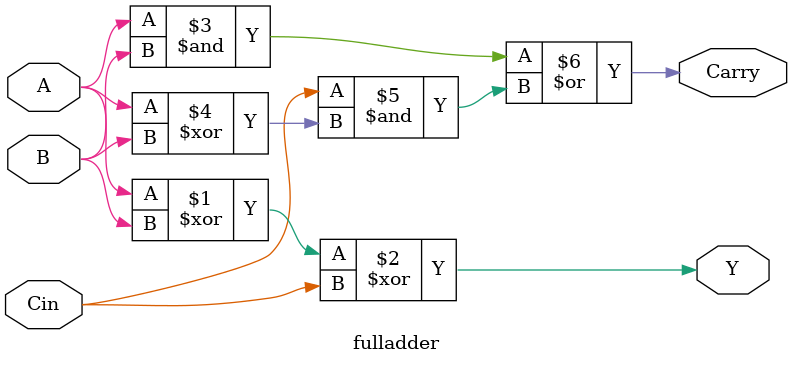
<source format=v>
module fulladder(
	input A, B, Cin,
	output Y, Carry

);

assign Y = A ^ B ^ Cin;
assign Carry = ( A & B ) | (Cin & (A ^ B) );

endmodule
</source>
